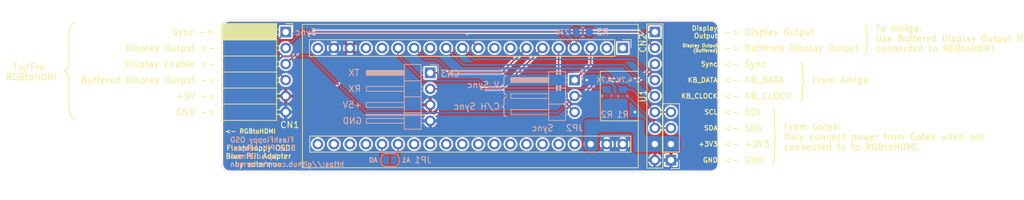
<source format=kicad_pcb>
(kicad_pcb (version 20171130) (host pcbnew "(5.1.9)-1")
  (layers (0 F.Cu signal) (31 B.Cu signal) (34 B.Paste user) (35 F.Paste user) (36 B.SilkS user) (37 F.SilkS user) (38 B.Mask user) (39 F.Mask user) (44 Edge.Cuts user))
  (net 0 "")
  (net 1 "Net-(U1-Pad1)")
  (net 2 "Net-(U1-Pad2)")
  (net 3 "Net-(U1-Pad37)")
  (net 4 "Net-(U1-Pad36)")
  (net 5 "Net-(U1-Pad35)")
  (net 6 "Net-(U1-Pad34)")
  (net 7 "Net-(U1-Pad33)")
  (net 8 "Net-(U1-Pad8)")
  (net 9 "Net-(U1-Pad32)")
  (net 10 "Net-(U1-Pad9)")
  (net 11 "Net-(U1-Pad31)")
  (net 12 "Net-(U1-Pad30)")
  (net 13 "Net-(U1-Pad29)")
  (net 14 "Net-(U1-Pad28)")
  (net 15 "Net-(U1-Pad13)")
  (net 16 "Net-(U1-Pad27)")
  (net 17 "Net-(U1-Pad16)")
  (net 18 "Net-(U1-Pad24)")
  (net 19 "Net-(U1-Pad17)")
  (net 20 "Net-(U1-Pad23)")
  (net 21 "Net-(U1-Pad22)")
  (net 22 "Net-(U1-Pad21)")
  (net 23 "Net-(U1-Pad20)")
  (net 24 GND)
  (net 25 +5V)
  (net 26 +3V3)
  (net 27 SCL)
  (net 28 SDA)
  (net 29 V_SYNC)
  (net 30 C_H_SYNC)
  (net 31 DISPLAY_ENABLE)
  (net 32 KB_DATA)
  (net 33 KB_CLOCK)
  (net 34 A1)
  (net 35 A0)
  (net 36 DISPLAY_OUTPUT_BUFFERED)
  (net 37 DISPLAY_OUTPUT)
  (net 38 TX)
  (net 39 RX)
  (net 40 SYNC)
  (net 41 "Net-(CN2-Pad1)")
  (module Connector_PinHeader_2.54mm:PinHeader_1x04_P2.54mm_Vertical (layer F.Cu) (at 177.8 111.76 180)
    (fp_text reference CN4 hide)
    (fp_text value Conn_01x04 hide)
    (fp_line (start -1.33 -1.33) (end 0 -1.33) (layer F.SilkS) (width 0.12))
    (fp_line (start -1.33 0) (end -1.33 -1.33) (layer F.SilkS) (width 0.12))
    (fp_line (start -1.33 1.27) (end 1.33 1.27) (layer F.SilkS) (width 0.12))
    (fp_line (start 1.33 1.27) (end 1.33 8.95) (layer F.SilkS) (width 0.12))
    (fp_line (start -1.33 1.27) (end -1.33 8.95) (layer F.SilkS) (width 0.12))
    (fp_line (start -1.33 8.95) (end 1.33 8.95) (layer F.SilkS) (width 0.12))
    (pad 4 thru_hole oval (at 0 7.62 180) (size 1.7 1.7) (drill 1) (layers *.Cu *.Mask) (net 27 SCL))
    (pad 3 thru_hole oval (at 0 5.08 180) (size 1.7 1.7) (drill 1) (layers *.Cu *.Mask) (net 28 SDA))
    (pad 2 thru_hole oval (at 0 2.54 180) (size 1.7 1.7) (drill 1) (layers *.Cu *.Mask) (net 26 +3V3))
    (pad 1 thru_hole rect (at 0 0 180) (size 1.7 1.7) (drill 1) (layers *.Cu *.Mask) (net 24 GND))
  )
  (module Connector_PinHeader_2.54mm:PinHeader_1x09_P2.54mm_Horizontal (layer F.Cu) (at 175.26 91.44)
    (fp_text reference CN2 (at -1.905 1.778 90) (layer F.SilkS))
    (fp_text value Conn_01x09)
    (fp_line (start -1.27 21.59) (end 1.27 21.59) (layer F.SilkS) (width 0.12))
    (fp_line (start 1.27 21.59) (end 1.27 -1.27) (layer F.SilkS) (width 0.12))
    (fp_line (start -1.27 21.59) (end -1.27 -1.27) (layer F.SilkS) (width 0.12))
    (fp_line (start -1.27 -1.27) (end 1.27 -1.27) (layer F.SilkS) (width 0.12))
    (pad 9 thru_hole oval (at 0 20.32) (size 1.7 1.7) (drill 1) (layers *.Cu *.Mask) (net 24 GND))
    (pad 8 thru_hole oval (at 0 17.78) (size 1.7 1.7) (drill 1) (layers *.Cu *.Mask) (net 26 +3V3))
    (pad 7 thru_hole oval (at 0 15.24) (size 1.7 1.7) (drill 1) (layers *.Cu *.Mask) (net 28 SDA))
    (pad 6 thru_hole oval (at 0 12.7) (size 1.7 1.7) (drill 1) (layers *.Cu *.Mask) (net 27 SCL))
    (pad 5 thru_hole oval (at 0 10.16) (size 1.7 1.7) (drill 1) (layers *.Cu *.Mask) (net 33 KB_CLOCK))
    (pad 4 thru_hole oval (at 0 7.62) (size 1.7 1.7) (drill 1) (layers *.Cu *.Mask) (net 32 KB_DATA))
    (pad 3 thru_hole oval (at 0 5.08) (size 1.7 1.7) (drill 1) (layers *.Cu *.Mask) (net 40 SYNC))
    (pad 2 thru_hole oval (at 0 2.54) (size 1.7 1.7) (drill 1) (layers *.Cu *.Mask) (net 36 DISPLAY_OUTPUT_BUFFERED))
    (pad 1 thru_hole rect (at 0 0) (size 1.7 1.7) (drill 1) (layers *.Cu *.Mask) (net 41 "Net-(CN2-Pad1)"))
  )
  (module Connector_PinHeader_2.54mm:PinHeader_1x04_P2.54mm_Horizontal (layer B.Cu) (at 139.7 97.917 180)
    (fp_text reference CN3 (at -3.175 -0.127) (layer B.SilkS) (effects (justify mirror)))
    (fp_text value Conn_01x04)
    (fp_line (start 1.44 1.33) (end 1.44 -8.95) (layer B.SilkS) (width 0.12))
    (fp_line (start 1.44 -8.95) (end 4.1 -8.95) (layer B.SilkS) (width 0.12))
    (fp_line (start 4.1 -8.95) (end 4.1 1.33) (layer B.SilkS) (width 0.12))
    (fp_line (start 4.1 1.33) (end 1.44 1.33) (layer B.SilkS) (width 0.12))
    (fp_line (start 4.1 0.38) (end 10.1 0.38) (layer B.SilkS) (width 0.12))
    (fp_line (start 10.1 0.38) (end 10.1 -0.38) (layer B.SilkS) (width 0.12))
    (fp_line (start 10.1 -0.38) (end 4.1 -0.38) (layer B.SilkS) (width 0.12))
    (fp_line (start 4.1 0.32) (end 10.1 0.32) (layer B.SilkS) (width 0.12))
    (fp_line (start 4.1 0.2) (end 10.1 0.2) (layer B.SilkS) (width 0.12))
    (fp_line (start 4.1 0.08) (end 10.1 0.08) (layer B.SilkS) (width 0.12))
    (fp_line (start 4.1 -0.04) (end 10.1 -0.04) (layer B.SilkS) (width 0.12))
    (fp_line (start 4.1 -0.16) (end 10.1 -0.16) (layer B.SilkS) (width 0.12))
    (fp_line (start 4.1 -0.28) (end 10.1 -0.28) (layer B.SilkS) (width 0.12))
    (fp_line (start 1.11 0.38) (end 1.44 0.38) (layer B.SilkS) (width 0.12))
    (fp_line (start 1.11 -0.38) (end 1.44 -0.38) (layer B.SilkS) (width 0.12))
    (fp_line (start 1.44 -1.27) (end 4.1 -1.27) (layer B.SilkS) (width 0.12))
    (fp_line (start 4.1 -2.16) (end 10.1 -2.16) (layer B.SilkS) (width 0.12))
    (fp_line (start 10.1 -2.16) (end 10.1 -2.92) (layer B.SilkS) (width 0.12))
    (fp_line (start 10.1 -2.92) (end 4.1 -2.92) (layer B.SilkS) (width 0.12))
    (fp_line (start 1.042929 -2.16) (end 1.44 -2.16) (layer B.SilkS) (width 0.12))
    (fp_line (start 1.042929 -2.92) (end 1.44 -2.92) (layer B.SilkS) (width 0.12))
    (fp_line (start 1.44 -3.81) (end 4.1 -3.81) (layer B.SilkS) (width 0.12))
    (fp_line (start 4.1 -4.7) (end 10.1 -4.7) (layer B.SilkS) (width 0.12))
    (fp_line (start 10.1 -4.7) (end 10.1 -5.46) (layer B.SilkS) (width 0.12))
    (fp_line (start 10.1 -5.46) (end 4.1 -5.46) (layer B.SilkS) (width 0.12))
    (fp_line (start 1.042929 -4.7) (end 1.44 -4.7) (layer B.SilkS) (width 0.12))
    (fp_line (start 1.042929 -5.46) (end 1.44 -5.46) (layer B.SilkS) (width 0.12))
    (fp_line (start 1.44 -6.35) (end 4.1 -6.35) (layer B.SilkS) (width 0.12))
    (fp_line (start 4.1 -7.24) (end 10.1 -7.24) (layer B.SilkS) (width 0.12))
    (fp_line (start 10.1 -7.24) (end 10.1 -8) (layer B.SilkS) (width 0.12))
    (fp_line (start 10.1 -8) (end 4.1 -8) (layer B.SilkS) (width 0.12))
    (fp_line (start 1.042929 -7.24) (end 1.44 -7.24) (layer B.SilkS) (width 0.12))
    (fp_line (start 1.042929 -8) (end 1.44 -8) (layer B.SilkS) (width 0.12))
    (fp_line (start -1.27 0) (end -1.27 1.27) (layer B.SilkS) (width 0.12))
    (fp_line (start -1.27 1.27) (end 0 1.27) (layer B.SilkS) (width 0.12))
    (pad 4 thru_hole oval (at 0 -7.62 180) (size 1.7 1.7) (drill 1) (layers *.Cu *.Mask) (net 24 GND))
    (pad 3 thru_hole oval (at 0 -5.08 180) (size 1.7 1.7) (drill 1) (layers *.Cu *.Mask) (net 25 +5V))
    (pad 2 thru_hole oval (at 0 -2.54 180) (size 1.7 1.7) (drill 1) (layers *.Cu *.Mask) (net 38 TX))
    (pad 1 thru_hole rect (at 0 0 180) (size 1.7 1.7) (drill 1) (layers *.Cu *.Mask) (net 39 RX))
  )
  (module Jumper:SolderJumper-2_P1.3mm_Open_RoundedPad1.0x1.5mm (layer B.Cu) (at 133.35 111.76)
    (fp_text reference JP1 (at 5.207 0) (layer B.SilkS) (effects (justify mirror)))
    (fp_text value Conn_01x02)
    (fp_line (start -1.4 -0.3) (end -1.4 0.3) (layer B.SilkS) (width 0.12))
    (fp_line (start 0.7 -1) (end -0.7 -1) (layer B.SilkS) (width 0.12))
    (fp_line (start 1.4 0.3) (end 1.4 -0.3) (layer B.SilkS) (width 0.12))
    (fp_line (start -0.7 1) (end 0.7 1) (layer B.SilkS) (width 0.12))
    (fp_arc (start -0.7 0.3) (end -0.7 1) (angle 90) (layer B.SilkS) (width 0.12))
    (fp_arc (start -0.7 -0.3) (end -1.4 -0.3) (angle 90) (layer B.SilkS) (width 0.12))
    (fp_arc (start 0.7 -0.3) (end 0.7 -1) (angle 90) (layer B.SilkS) (width 0.12))
    (fp_arc (start 0.7 0.3) (end 1.4 0.3) (angle 90) (layer B.SilkS) (width 0.12))
    (pad 2 smd custom (at 0.65 0) (size 1 0.5) (layers B.Cu B.Mask) (net 34 A1) (options (clearance outline) (anchor rect)) (primitives (gr_circle (center 0 -0.25) (end 0.5 -0.25) (width 0)) (gr_circle (center 0 0.25) (end 0.5 0.25) (width 0)) (gr_poly (pts (xy 0 0.75) (xy -0.5 0.75) (xy -0.5 -0.75) (xy 0 -0.75)) (width 0))))
    (pad 1 smd custom (at -0.65 0) (size 1 0.5) (layers B.Cu B.Mask) (net 35 A0) (options (clearance outline) (anchor rect)) (primitives (gr_circle (center 0 -0.25) (end 0.5 -0.25) (width 0)) (gr_circle (center 0 0.25) (end 0.5 0.25) (width 0)) (gr_poly (pts (xy 0 0.75) (xy 0.5 0.75) (xy 0.5 -0.75) (xy 0 -0.75)) (width 0))))
  )
  (module Connector_PinHeader_2.54mm:PinHeader_1x03_P2.54mm_Horizontal (layer B.Cu) (at 162.56 99.06 180)
    (fp_text reference JP2 (at 0 -7.62) (layer B.SilkS) (effects (justify mirror)))
    (fp_text value Conn_01x03)
    (fp_line (start 1.44 1.33) (end 1.44 -6.41) (layer B.SilkS) (width 0.12))
    (fp_line (start 1.44 -6.41) (end 4.1 -6.41) (layer B.SilkS) (width 0.12))
    (fp_line (start 4.1 -6.41) (end 4.1 1.33) (layer B.SilkS) (width 0.12))
    (fp_line (start 4.1 1.33) (end 1.44 1.33) (layer B.SilkS) (width 0.12))
    (fp_line (start 4.1 0.38) (end 10.1 0.38) (layer B.SilkS) (width 0.12))
    (fp_line (start 10.1 0.38) (end 10.1 -0.38) (layer B.SilkS) (width 0.12))
    (fp_line (start 10.1 -0.38) (end 4.1 -0.38) (layer B.SilkS) (width 0.12))
    (fp_line (start 4.1 0.32) (end 10.1 0.32) (layer B.SilkS) (width 0.12))
    (fp_line (start 4.1 0.2) (end 10.1 0.2) (layer B.SilkS) (width 0.12))
    (fp_line (start 4.1 0.08) (end 10.1 0.08) (layer B.SilkS) (width 0.12))
    (fp_line (start 4.1 -0.04) (end 10.1 -0.04) (layer B.SilkS) (width 0.12))
    (fp_line (start 4.1 -0.16) (end 10.1 -0.16) (layer B.SilkS) (width 0.12))
    (fp_line (start 4.1 -0.28) (end 10.1 -0.28) (layer B.SilkS) (width 0.12))
    (fp_line (start 1.11 0.38) (end 1.44 0.38) (layer B.SilkS) (width 0.12))
    (fp_line (start 1.11 -0.38) (end 1.44 -0.38) (layer B.SilkS) (width 0.12))
    (fp_line (start 1.44 -1.27) (end 4.1 -1.27) (layer B.SilkS) (width 0.12))
    (fp_line (start 4.1 -2.16) (end 10.1 -2.16) (layer B.SilkS) (width 0.12))
    (fp_line (start 10.1 -2.16) (end 10.1 -2.92) (layer B.SilkS) (width 0.12))
    (fp_line (start 10.1 -2.92) (end 4.1 -2.92) (layer B.SilkS) (width 0.12))
    (fp_line (start 1.042929 -2.16) (end 1.44 -2.16) (layer B.SilkS) (width 0.12))
    (fp_line (start 1.042929 -2.92) (end 1.44 -2.92) (layer B.SilkS) (width 0.12))
    (fp_line (start 1.44 -3.81) (end 4.1 -3.81) (layer B.SilkS) (width 0.12))
    (fp_line (start 4.1 -4.7) (end 10.1 -4.7) (layer B.SilkS) (width 0.12))
    (fp_line (start 10.1 -4.7) (end 10.1 -5.46) (layer B.SilkS) (width 0.12))
    (fp_line (start 10.1 -5.46) (end 4.1 -5.46) (layer B.SilkS) (width 0.12))
    (fp_line (start 1.042929 -4.7) (end 1.44 -4.7) (layer B.SilkS) (width 0.12))
    (fp_line (start 1.042929 -5.46) (end 1.44 -5.46) (layer B.SilkS) (width 0.12))
    (fp_line (start -1.27 0) (end -1.27 1.27) (layer B.SilkS) (width 0.12))
    (fp_line (start -1.27 1.27) (end 0 1.27) (layer B.SilkS) (width 0.12))
    (pad 3 thru_hole oval (at 0 -5.08 180) (size 1.7 1.7) (drill 1) (layers *.Cu *.Mask) (net 30 C_H_SYNC))
    (pad 2 thru_hole oval (at 0 -2.54 180) (size 1.7 1.7) (drill 1) (layers *.Cu *.Mask) (net 40 SYNC))
    (pad 1 thru_hole rect (at 0 0 180) (size 1.7 1.7) (drill 1) (layers *.Cu *.Mask) (net 29 V_SYNC))
  )
  (module Resistor_SMD:R_0805_2012Metric_Pad1.15x1.40mm_HandSolder (layer B.Cu) (at 163.83 91.44)
    (fp_text reference R3 (at 3.175 0) (layer B.SilkS) (effects (justify mirror)))
    (fp_text value 270 (at -3.175 0) (layer B.SilkS) (effects (font (size 0.75 0.75)) (justify mirror)))
    (fp_line (start -0.261252 0.71) (end 0.261252 0.71) (layer B.SilkS) (width 0.12))
    (fp_line (start -0.261252 -0.71) (end 0.261252 -0.71) (layer B.SilkS) (width 0.12))
    (pad 2 smd roundrect (at 1.025 0) (size 1.15 1.4) (layers B.Cu B.Paste B.Mask) (roundrect_rratio 0.2173904347826087) (net 41 "Net-(CN2-Pad1)"))
    (pad 1 smd roundrect (at -1.025 0) (size 1.15 1.4) (layers B.Cu B.Paste B.Mask) (roundrect_rratio 0.2173904347826087) (net 37 DISPLAY_OUTPUT))
  )
  (module Kicad-STM32-master:YAAJ_BluePill_2 (layer F.Cu) (at 170.18 93.98 270)
    (fp_text reference U1 (at 7.62 -3.175 270) (layer F.SilkS))
    (fp_text value YAAJ_BluePill_Part_Like hide)
    (fp_line (start -3.755 -2.445) (end 18.995 -2.445) (layer F.SilkS) (width 0.12))
    (fp_line (start 18.995 -2.445) (end 18.995 50.705) (layer F.SilkS) (width 0.12))
    (fp_line (start 18.995 50.705) (end -3.755 50.705) (layer F.SilkS) (width 0.12))
    (fp_line (start -3.755 50.705) (end -3.755 -2.445) (layer F.SilkS) (width 0.12))
    (fp_line (start -1.33 1.27) (end 1.33 1.27) (layer F.SilkS) (width 0.12))
    (fp_line (start 1.33 1.27) (end 1.33 49.59) (layer F.SilkS) (width 0.12))
    (fp_line (start 1.33 49.59) (end -1.33 49.59) (layer F.SilkS) (width 0.12))
    (fp_line (start -1.33 49.59) (end -1.33 1.27) (layer F.SilkS) (width 0.12))
    (fp_line (start 13.97 -1.27) (end 16.51 -1.27) (layer F.SilkS) (width 0.12))
    (fp_line (start 16.51 -1.27) (end 16.51 49.53) (layer F.SilkS) (width 0.12))
    (fp_line (start 16.51 49.53) (end 13.97 49.53) (layer F.SilkS) (width 0.12))
    (fp_line (start 13.97 49.53) (end 13.97 -1.27) (layer F.SilkS) (width 0.12))
    (fp_line (start -1.33 0) (end -1.33 -1.33) (layer F.SilkS) (width 0.12))
    (fp_line (start -1.33 -1.33) (end 0 -1.33) (layer F.SilkS) (width 0.12))
    (fp_line (start 3.683 -2.413) (end 3.683 3.556) (layer F.SilkS) (width 0.12))
    (fp_line (start 3.683 3.556) (end 11.557 3.556) (layer F.SilkS) (width 0.12))
    (fp_line (start 11.557 3.556) (end 11.557 -2.413) (layer F.SilkS) (width 0.12))
    (pad 40 thru_hole circle (at 15.24 0 270) (size 1.7 1.7) (drill 1) (layers *.Cu *.Mask) (net 24 GND))
    (pad 1 thru_hole rect (at 0 0 270) (size 1.7 1.7) (drill 1) (layers *.Cu *.Mask) (net 1 "Net-(U1-Pad1)"))
    (pad 39 thru_hole circle (at 15.24 2.54 270) (size 1.7 1.7) (drill 1) (layers *.Cu *.Mask) (net 24 GND))
    (pad 2 thru_hole circle (at 0 2.54 270) (size 1.7 1.7) (drill 1) (layers *.Cu *.Mask) (net 2 "Net-(U1-Pad2)"))
    (pad 38 thru_hole circle (at 15.24 5.08 270) (size 1.7 1.7) (drill 1) (layers *.Cu *.Mask) (net 26 +3V3))
    (pad 3 thru_hole circle (at 0 5.08 270) (size 1.7 1.7) (drill 1) (layers *.Cu *.Mask) (net 29 V_SYNC))
    (pad 37 thru_hole circle (at 15.24 7.62 270) (size 1.7 1.7) (drill 1) (layers *.Cu *.Mask) (net 3 "Net-(U1-Pad37)"))
    (pad 4 thru_hole circle (at 0 7.62 270) (size 1.7 1.7) (drill 1) (layers *.Cu *.Mask) (net 37 DISPLAY_OUTPUT))
    (pad 36 thru_hole circle (at 15.24 10.16 270) (size 1.7 1.7) (drill 1) (layers *.Cu *.Mask) (net 4 "Net-(U1-Pad36)"))
    (pad 5 thru_hole circle (at 0 10.16 270) (size 1.7 1.7) (drill 1) (layers *.Cu *.Mask) (net 30 C_H_SYNC))
    (pad 35 thru_hole circle (at 15.24 12.7 270) (size 1.7 1.7) (drill 1) (layers *.Cu *.Mask) (net 5 "Net-(U1-Pad35)"))
    (pad 6 thru_hole circle (at 0 12.7 270) (size 1.7 1.7) (drill 1) (layers *.Cu *.Mask) (net 38 TX))
    (pad 34 thru_hole circle (at 15.24 15.24 270) (size 1.7 1.7) (drill 1) (layers *.Cu *.Mask) (net 6 "Net-(U1-Pad34)"))
    (pad 7 thru_hole circle (at 0 15.24 270) (size 1.7 1.7) (drill 1) (layers *.Cu *.Mask) (net 39 RX))
    (pad 33 thru_hole circle (at 15.24 17.78 270) (size 1.7 1.7) (drill 1) (layers *.Cu *.Mask) (net 7 "Net-(U1-Pad33)"))
    (pad 8 thru_hole circle (at 0 17.78 270) (size 1.7 1.7) (drill 1) (layers *.Cu *.Mask) (net 8 "Net-(U1-Pad8)"))
    (pad 32 thru_hole circle (at 15.24 20.32 270) (size 1.7 1.7) (drill 1) (layers *.Cu *.Mask) (net 9 "Net-(U1-Pad32)"))
    (pad 9 thru_hole circle (at 0 20.32 270) (size 1.7 1.7) (drill 1) (layers *.Cu *.Mask) (net 10 "Net-(U1-Pad9)"))
    (pad 31 thru_hole circle (at 15.24 22.86 270) (size 1.7 1.7) (drill 1) (layers *.Cu *.Mask) (net 11 "Net-(U1-Pad31)"))
    (pad 10 thru_hole circle (at 0 22.86 270) (size 1.7 1.7) (drill 1) (layers *.Cu *.Mask) (net 31 DISPLAY_ENABLE))
    (pad 30 thru_hole circle (at 15.24 25.4 270) (size 1.7 1.7) (drill 1) (layers *.Cu *.Mask) (net 12 "Net-(U1-Pad30)"))
    (pad 11 thru_hole circle (at 0 25.4 270) (size 1.7 1.7) (drill 1) (layers *.Cu *.Mask) (net 32 KB_DATA))
    (pad 29 thru_hole circle (at 15.24 27.94 270) (size 1.7 1.7) (drill 1) (layers *.Cu *.Mask) (net 13 "Net-(U1-Pad29)"))
    (pad 12 thru_hole circle (at 0 27.94 270) (size 1.7 1.7) (drill 1) (layers *.Cu *.Mask) (net 33 KB_CLOCK))
    (pad 28 thru_hole circle (at 15.24 30.48 270) (size 1.7 1.7) (drill 1) (layers *.Cu *.Mask) (net 14 "Net-(U1-Pad28)"))
    (pad 13 thru_hole circle (at 0 30.48 270) (size 1.7 1.7) (drill 1) (layers *.Cu *.Mask) (net 15 "Net-(U1-Pad13)"))
    (pad 27 thru_hole circle (at 15.24 33.02 270) (size 1.7 1.7) (drill 1) (layers *.Cu *.Mask) (net 16 "Net-(U1-Pad27)"))
    (pad 14 thru_hole circle (at 0 33.02 270) (size 1.7 1.7) (drill 1) (layers *.Cu *.Mask) (net 27 SCL))
    (pad 26 thru_hole circle (at 15.24 35.56 270) (size 1.7 1.7) (drill 1) (layers *.Cu *.Mask) (net 34 A1))
    (pad 15 thru_hole circle (at 0 35.56 270) (size 1.7 1.7) (drill 1) (layers *.Cu *.Mask) (net 28 SDA))
    (pad 25 thru_hole circle (at 15.24 38.1 270) (size 1.7 1.7) (drill 1) (layers *.Cu *.Mask) (net 35 A0))
    (pad 16 thru_hole circle (at 0 38.1 270) (size 1.7 1.7) (drill 1) (layers *.Cu *.Mask) (net 17 "Net-(U1-Pad16)"))
    (pad 24 thru_hole circle (at 15.24 40.64 270) (size 1.7 1.7) (drill 1) (layers *.Cu *.Mask) (net 18 "Net-(U1-Pad24)"))
    (pad 17 thru_hole circle (at 0 40.64 270) (size 1.7 1.7) (drill 1) (layers *.Cu *.Mask) (net 19 "Net-(U1-Pad17)"))
    (pad 23 thru_hole circle (at 15.24 43.18 270) (size 1.7 1.7) (drill 1) (layers *.Cu *.Mask) (net 20 "Net-(U1-Pad23)"))
    (pad 18 thru_hole circle (at 0 43.18 270) (size 1.7 1.7) (drill 1) (layers *.Cu *.Mask) (net 25 +5V))
    (pad 22 thru_hole circle (at 15.24 45.72 270) (size 1.7 1.7) (drill 1) (layers *.Cu *.Mask) (net 21 "Net-(U1-Pad22)"))
    (pad 19 thru_hole circle (at 0 45.72 270) (size 1.7 1.7) (drill 1) (layers *.Cu *.Mask) (net 24 GND))
    (pad 21 thru_hole circle (at 15.24 48.26 270) (size 1.7 1.7) (drill 1) (layers *.Cu *.Mask) (net 22 "Net-(U1-Pad21)"))
    (pad 20 thru_hole circle (at 0 48.26 270) (size 1.7 1.7) (drill 1) (layers *.Cu *.Mask) (net 23 "Net-(U1-Pad20)"))
  )
  (module Resistor_SMD:R_0805_2012Metric_Pad1.15x1.40mm_HandSolder (layer B.Cu) (at 167.64 101.6 270)
    (fp_text reference R2 (at 2.921 0 180) (layer B.SilkS) (effects (justify mirror)))
    (fp_text value 4.7K (at -2.54 0.381 180) (layer B.SilkS) (effects (font (size 0.75 0.75)) (justify mirror)))
    (fp_line (start -0.261252 -0.71) (end 0.261252 -0.71) (layer B.SilkS) (width 0.12))
    (fp_line (start -0.261252 0.71) (end 0.261252 0.71) (layer B.SilkS) (width 0.12))
    (pad 2 smd roundrect (at 1.025 0 270) (size 1.15 1.4) (layers B.Cu B.Paste B.Mask) (roundrect_rratio 0.2173904347826087) (net 26 +3V3))
    (pad 1 smd roundrect (at -1.025 0 270) (size 1.15 1.4) (layers B.Cu B.Paste B.Mask) (roundrect_rratio 0.2173904347826087) (net 28 SDA))
  )
  (module Resistor_SMD:R_0805_2012Metric_Pad1.15x1.40mm_HandSolder (layer B.Cu) (at 170.18 101.6 270)
    (fp_text reference R1 (at 2.921 0 180) (layer B.SilkS) (effects (justify mirror)))
    (fp_text value 4.7K (at -2.54 -0.254 180) (layer B.SilkS) (effects (font (size 0.75 0.75)) (justify mirror)))
    (fp_line (start -0.261252 -0.71) (end 0.261252 -0.71) (layer B.SilkS) (width 0.12))
    (fp_line (start -0.261252 0.71) (end 0.261252 0.71) (layer B.SilkS) (width 0.12))
    (pad 2 smd roundrect (at 1.025 0 270) (size 1.15 1.4) (layers B.Cu B.Paste B.Mask) (roundrect_rratio 0.2173904347826087) (net 26 +3V3))
    (pad 1 smd roundrect (at -1.025 0 270) (size 1.15 1.4) (layers B.Cu B.Paste B.Mask) (roundrect_rratio 0.2173904347826087) (net 27 SCL))
  )
  (module Connector_PinSocket_2.54mm:PinSocket_1x06_P2.54mm_Horizontal (layer F.Cu) (at 116.84 91.44)
    (fp_text reference CN1 (at 0.635 14.732) (layer F.SilkS))
    (fp_text value Conn_01x06)
    (fp_line (start 0 -1.33) (end 1.11 -1.33) (layer F.SilkS) (width 0.12))
    (fp_line (start 1.11 -1.33) (end 1.11 0) (layer F.SilkS) (width 0.12))
    (fp_line (start -10.09 -1.33) (end -10.09 14.03) (layer F.SilkS) (width 0.12))
    (fp_line (start -10.09 14.03) (end -1.46 14.03) (layer F.SilkS) (width 0.12))
    (fp_line (start -1.46 -1.33) (end -1.46 14.03) (layer F.SilkS) (width 0.12))
    (fp_line (start -10.09 -1.33) (end -1.46 -1.33) (layer F.SilkS) (width 0.12))
    (fp_line (start -10.09 11.43) (end -1.46 11.43) (layer F.SilkS) (width 0.12))
    (fp_line (start -10.09 8.89) (end -1.46 8.89) (layer F.SilkS) (width 0.12))
    (fp_line (start -10.09 6.35) (end -1.46 6.35) (layer F.SilkS) (width 0.12))
    (fp_line (start -10.09 3.81) (end -1.46 3.81) (layer F.SilkS) (width 0.12))
    (fp_line (start -10.09 1.27) (end -1.46 1.27) (layer F.SilkS) (width 0.12))
    (fp_line (start -1.46 13.06) (end -1.05 13.06) (layer F.SilkS) (width 0.12))
    (fp_line (start -1.46 12.34) (end -1.05 12.34) (layer F.SilkS) (width 0.12))
    (fp_line (start -1.46 10.52) (end -1.05 10.52) (layer F.SilkS) (width 0.12))
    (fp_line (start -1.46 9.8) (end -1.05 9.8) (layer F.SilkS) (width 0.12))
    (fp_line (start -1.46 7.98) (end -1.05 7.98) (layer F.SilkS) (width 0.12))
    (fp_line (start -1.46 7.26) (end -1.05 7.26) (layer F.SilkS) (width 0.12))
    (fp_line (start -1.46 5.44) (end -1.05 5.44) (layer F.SilkS) (width 0.12))
    (fp_line (start -1.46 4.72) (end -1.05 4.72) (layer F.SilkS) (width 0.12))
    (fp_line (start -1.46 2.9) (end -1.05 2.9) (layer F.SilkS) (width 0.12))
    (fp_line (start -1.46 2.18) (end -1.05 2.18) (layer F.SilkS) (width 0.12))
    (fp_line (start -1.46 0.36) (end -1.11 0.36) (layer F.SilkS) (width 0.12))
    (fp_line (start -1.46 -0.36) (end -1.11 -0.36) (layer F.SilkS) (width 0.12))
    (fp_line (start -10.09 1.1519) (end -1.46 1.1519) (layer F.SilkS) (width 0.12))
    (fp_line (start -10.09 1.033805) (end -1.46 1.033805) (layer F.SilkS) (width 0.12))
    (fp_line (start -10.09 0.91571) (end -1.46 0.91571) (layer F.SilkS) (width 0.12))
    (fp_line (start -10.09 0.797615) (end -1.46 0.797615) (layer F.SilkS) (width 0.12))
    (fp_line (start -10.09 0.67952) (end -1.46 0.67952) (layer F.SilkS) (width 0.12))
    (fp_line (start -10.09 0.561425) (end -1.46 0.561425) (layer F.SilkS) (width 0.12))
    (fp_line (start -10.09 0.44333) (end -1.46 0.44333) (layer F.SilkS) (width 0.12))
    (fp_line (start -10.09 0.325235) (end -1.46 0.325235) (layer F.SilkS) (width 0.12))
    (fp_line (start -10.09 0.20714) (end -1.46 0.20714) (layer F.SilkS) (width 0.12))
    (fp_line (start -10.09 0.089045) (end -1.46 0.089045) (layer F.SilkS) (width 0.12))
    (fp_line (start -10.09 -0.02905) (end -1.46 -0.02905) (layer F.SilkS) (width 0.12))
    (fp_line (start -10.09 -0.147145) (end -1.46 -0.147145) (layer F.SilkS) (width 0.12))
    (fp_line (start -10.09 -0.26524) (end -1.46 -0.26524) (layer F.SilkS) (width 0.12))
    (fp_line (start -10.09 -0.383335) (end -1.46 -0.383335) (layer F.SilkS) (width 0.12))
    (fp_line (start -10.09 -0.50143) (end -1.46 -0.50143) (layer F.SilkS) (width 0.12))
    (fp_line (start -10.09 -0.619525) (end -1.46 -0.619525) (layer F.SilkS) (width 0.12))
    (fp_line (start -10.09 -0.73762) (end -1.46 -0.73762) (layer F.SilkS) (width 0.12))
    (fp_line (start -10.09 -0.855715) (end -1.46 -0.855715) (layer F.SilkS) (width 0.12))
    (fp_line (start -10.09 -0.97381) (end -1.46 -0.97381) (layer F.SilkS) (width 0.12))
    (fp_line (start -10.09 -1.091905) (end -1.46 -1.091905) (layer F.SilkS) (width 0.12))
    (fp_line (start -10.09 -1.21) (end -1.46 -1.21) (layer F.SilkS) (width 0.12))
    (pad 6 thru_hole oval (at 0 12.7) (size 1.7 1.7) (drill 1) (layers *.Cu *.Mask) (net 24 GND))
    (pad 5 thru_hole oval (at 0 10.16) (size 1.7 1.7) (drill 1) (layers *.Cu *.Mask) (net 25 +5V))
    (pad 4 thru_hole oval (at 0 7.62) (size 1.7 1.7) (drill 1) (layers *.Cu *.Mask) (net 36 DISPLAY_OUTPUT_BUFFERED))
    (pad 3 thru_hole oval (at 0 5.08) (size 1.7 1.7) (drill 1) (layers *.Cu *.Mask) (net 31 DISPLAY_ENABLE))
    (pad 2 thru_hole oval (at 0 2.54) (size 1.7 1.7) (drill 1) (layers *.Cu *.Mask) (net 37 DISPLAY_OUTPUT))
    (pad 1 thru_hole rect (at 0 0) (size 1.7 1.7) (drill 1) (layers *.Cu *.Mask) (net 40 SYNC))
  )
  (gr_text GND (at 184.023 111.76) (layer F.SilkS) (effects (font (size 0.75 0.75))))
  (gr_text +3V3 (at 183.665857 109.22) (layer F.SilkS) (effects (font (size 0.75 0.75))))
  (gr_text SDA (at 184.112285 106.68) (layer F.SilkS) (effects (font (size 0.75 0.75))))
  (gr_text SCL (at 184.130142 104.14) (layer F.SilkS) (effects (font (size 0.75 0.75))))
  (gr_text KB_CLOCK (at 182.308714 101.6) (layer F.SilkS) (effects (font (size 0.75 0.75))))
  (gr_text KB_DATA (at 182.826571 99.06) (layer F.SilkS) (effects (font (size 0.75 0.75))))
  (gr_text Sync (at 183.862285 96.52) (layer F.SilkS) (effects (font (size 0.75 0.75))))
  (gr_text "Display Output\n(Buffered)" (at 185.240857 93.98) (layer F.SilkS) (effects (font (size 0.5 0.5) (thickness 0.125)) (justify right)))
  (gr_text "Display\nOutput" (at 185.240857 91.44) (layer F.SilkS) (effects (font (size 0.75 0.75)) (justify right)))
  (gr_text "From Amiga" (at 200.025 99.06) (layer F.SilkS) (effects (font (size 1 1)) (justify left)))
  (gr_text } (at 198.628 99.06) (layer F.SilkS) (effects (font (size 4 2))))
  (gr_text } (at 151.384 103.124) (layer B.SilkS) (effects (font (size 2 2)) (justify mirror)))
  (gr_text } (at 151.384 99.695) (layer B.SilkS) (effects (font (size 2 2)) (justify mirror)))
  (gr_text "FlashFloppy OSD\nBlue Pill Adapter\nby solarmon\nhttps://github.com/solarmon" (at 107.95 110.49) (layer B.SilkS) (effects (font (size 0.8 0.8)) (justify right mirror)))
  (gr_arc (start 184.15 112.395) (end 184.15 113.665) (angle -90) (layer Edge.Cuts) (width 0.05))
  (gr_arc (start 184.15 90.805) (end 185.42 90.805) (angle -90) (layer Edge.Cuts) (width 0.05))
  (gr_arc (start 107.95 90.805) (end 107.95 89.535) (angle -90) (layer Edge.Cuts) (width 0.05))
  (gr_arc (start 107.95 112.395) (end 106.68 112.395) (angle -90) (layer Edge.Cuts) (width 0.05))
  (gr_text "<- RGBtoHDMI" (at 111.252 107.188) (layer F.SilkS) (effects (font (size 0.7 0.7))))
  (gr_text "FlashFloppy OSD\nBlue Pill Adapter\nby solarmon" (at 112.522 111.125) (layer F.SilkS) (effects (font (size 0.8 0.8))))
  (gr_text GND (at 127.381 105.537) (layer B.SilkS) (effects (font (size 1 1)) (justify mirror)))
  (gr_text +5V (at 127.381 102.997) (layer B.SilkS) (effects (font (size 1 1)) (justify mirror)))
  (gr_text "To Amiga:\nUse Buffered Display Output if\nconnected to RGBtoHDMI " (at 210.058 92.456) (layer F.SilkS) (effects (font (size 1 1)) (justify left)))
  (gr_text } (at 208.788 92.456) (layer F.SilkS) (effects (font (size 3 2))))
  (gr_text } (at 82.55 98.425 180) (layer F.SilkS) (effects (font (size 10 5))))
  (gr_text "Buffered Display Output ->" (at 95.084524 99.06) (layer F.SilkS) (effects (font (size 1 1))))
  (gr_text "Display Enable <-" (at 98.560715 96.52) (layer F.SilkS) (effects (font (size 1 1))))
  (gr_text "Display Output <-" (at 98.608334 93.98) (layer F.SilkS) (effects (font (size 1 1))))
  (gr_text " GND ->" (at 102.227381 104.14) (layer F.SilkS) (effects (font (size 1 1))))
  (gr_text "+5V ->" (at 102.608334 101.6) (layer F.SilkS) (effects (font (size 1 1))))
  (gr_text "<- GND" (at 189.32619 111.76) (layer F.SilkS) (effects (font (size 1 1))))
  (gr_text "<- +3V3" (at 189.80238 109.22) (layer F.SilkS) (effects (font (size 1 1))))
  (gr_text "-> Buffered Display Output" (at 196.849999 93.98) (layer F.SilkS) (effects (font (size 1 1))))
  (gr_text "-> Display Output" (at 193.32619 91.44) (layer F.SilkS) (effects (font (size 1 1))))
  (gr_text "<- KB_DATA" (at 190.921428 99.06) (layer F.SilkS) (effects (font (size 1 1))))
  (gr_text "<- KB_CLOCK" (at 191.611904 101.6) (layer F.SilkS) (effects (font (size 1 1))))
  (gr_text "<- SCL" (at 189.183333 104.14) (layer F.SilkS) (effects (font (size 1 1))))
  (gr_text "<- SDA" (at 189.207142 106.68) (layer F.SilkS) (effects (font (size 1 1))))
  (gr_text } (at 194.183 107.442) (layer F.SilkS) (effects (font (size 6 2))))
  (gr_text "<- Sync" (at 189.540476 96.52) (layer F.SilkS) (effects (font (size 1 1))))
  (gr_text Sync (at 120.015 91.44) (layer B.SilkS) (effects (font (size 1 1)) (justify mirror)))
  (gr_text "V Sync" (at 148.082 99.822) (layer B.SilkS) (effects (font (size 1 1)) (justify mirror)))
  (gr_text "C/H Sync" (at 147.066 103.251) (layer B.SilkS) (effects (font (size 1 1)) (justify mirror)))
  (gr_text Sync (at 157.48 106.68) (layer B.SilkS) (effects (font (size 1 1)) (justify mirror)))
  (gr_text TX (at 127.635 97.917) (layer B.SilkS) (effects (font (size 1 1)) (justify mirror)))
  (gr_text RX (at 127.762 100.457) (layer B.SilkS) (effects (font (size 1 1)) (justify mirror)))
  (gr_text A1 (at 135.89 111.76) (layer B.SilkS) (effects (font (size 0.75 0.75)) (justify mirror)))
  (gr_text A0 (at 130.683 111.76) (layer B.SilkS) (effects (font (size 0.75 0.75)) (justify mirror)))
  (gr_text "Sync ->" (at 102.235 91.44) (layer F.SilkS) (effects (font (size 1 1))))
  (gr_text "From Gotek:\nOnly connect power from Gotek when not\nconnected to to RGBtoHDMI." (at 195.58 108.077) (layer F.SilkS) (effects (font (size 1 1)) (justify left)))
  (gr_text "To/Fro\n RGBtoHDMI" (at 76.2 97.79) (layer F.SilkS) (effects (font (size 1 1))))
  (gr_line (start 106.68 112.395) (end 106.68 90.805) (layer Edge.Cuts) (width 0.05))
  (gr_line (start 184.15 113.665) (end 107.95 113.665) (layer Edge.Cuts) (width 0.05))
  (gr_line (start 185.42 90.805) (end 185.42 112.395) (layer Edge.Cuts) (width 0.05))
  (gr_line (start 107.95 89.535) (end 184.15 89.535) (layer Edge.Cuts) (width 0.05))
  (via (at 172.085 104.14) (size 0.8) (drill 0.4) (layers F.Cu B.Cu) (net 24))
  (via (at 164.465 99.06) (size 0.8) (drill 0.4) (layers F.Cu B.Cu) (net 24))
  (segment (start 171.695 100.575) (end 175.26 104.14) (width 0.25) (layer B.Cu) (net 27))
  (segment (start 170.18 100.575) (end 171.695 100.575) (width 0.25) (layer B.Cu) (net 27))
  (segment (start 167.395 97.79) (end 170.18 100.575) (width 0.25) (layer B.Cu) (net 27))
  (segment (start 142.875 97.79) (end 167.395 97.79) (width 0.25) (layer B.Cu) (net 27))
  (segment (start 140.843 95.758) (end 142.875 97.79) (width 0.25) (layer B.Cu) (net 27))
  (segment (start 138.938 95.758) (end 140.843 95.758) (width 0.25) (layer B.Cu) (net 27))
  (segment (start 137.16 93.98) (end 138.938 95.758) (width 0.25) (layer B.Cu) (net 27))
  (segment (start 175.26 104.14) (end 177.8 104.14) (width 0.25) (layer B.Cu) (net 27))
  (segment (start 175.26 105.918) (end 175.26 106.68) (width 0.25) (layer B.Cu) (net 28))
  (segment (start 170.942 101.6) (end 175.26 105.918) (width 0.25) (layer B.Cu) (net 28))
  (segment (start 168.665 101.6) (end 170.942 101.6) (width 0.25) (layer B.Cu) (net 28))
  (segment (start 167.64 100.575) (end 168.665 101.6) (width 0.25) (layer B.Cu) (net 28))
  (segment (start 167.395 100.33) (end 167.64 100.575) (width 0.25) (layer B.Cu) (net 28))
  (segment (start 148.463 100.33) (end 167.395 100.33) (width 0.25) (layer B.Cu) (net 28))
  (segment (start 138.684998 99.187) (end 147.32 99.187) (width 0.25) (layer B.Cu) (net 28))
  (segment (start 147.32 99.187) (end 148.463 100.33) (width 0.25) (layer B.Cu) (net 28))
  (segment (start 134.62 95.122002) (end 138.684998 99.187) (width 0.25) (layer B.Cu) (net 28))
  (segment (start 134.62 93.98) (end 134.62 95.122002) (width 0.25) (layer B.Cu) (net 28))
  (segment (start 175.26 106.68) (end 177.8 106.68) (width 0.25) (layer B.Cu) (net 28))
  (segment (start 165.1 96.52) (end 162.56 99.06) (width 0.25) (layer F.Cu) (net 29))
  (segment (start 165.1 93.98) (end 165.1 96.52) (width 0.25) (layer F.Cu) (net 29))
  (segment (start 160.02 101.6) (end 162.56 104.14) (width 0.25) (layer F.Cu) (net 30))
  (segment (start 160.02 93.98) (end 160.02 101.6) (width 0.25) (layer F.Cu) (net 30))
  (segment (start 121.539 91.821) (end 116.84 96.52) (width 0.25) (layer F.Cu) (net 31))
  (segment (start 145.161 91.821) (end 121.539 91.821) (width 0.25) (layer F.Cu) (net 31))
  (segment (start 147.32 93.98) (end 145.161 91.821) (width 0.25) (layer F.Cu) (net 31))
  (segment (start 171.958 95.758) (end 146.558 95.758) (width 0.25) (layer B.Cu) (net 32))
  (segment (start 146.558 95.758) (end 144.78 93.98) (width 0.25) (layer B.Cu) (net 32))
  (segment (start 175.26 99.06) (end 171.958 95.758) (width 0.25) (layer B.Cu) (net 32))
  (segment (start 144.907 96.647) (end 142.24 93.98) (width 0.25) (layer B.Cu) (net 33))
  (segment (start 170.307 96.647) (end 144.907 96.647) (width 0.25) (layer B.Cu) (net 33))
  (segment (start 175.26 101.6) (end 170.307 96.647) (width 0.25) (layer B.Cu) (net 33))
  (segment (start 134.62 111.14) (end 134 111.76) (width 0.25) (layer B.Cu) (net 34))
  (segment (start 134.62 109.22) (end 134.62 111.14) (width 0.25) (layer B.Cu) (net 34))
  (segment (start 132.08 111.14) (end 132.7 111.76) (width 0.25) (layer B.Cu) (net 35))
  (segment (start 132.08 109.22) (end 132.08 111.14) (width 0.25) (layer B.Cu) (net 35))
  (segment (start 116.275999 95.344999) (end 115.664999 95.955999) (width 0.25) (layer F.Cu) (net 36))
  (segment (start 175.26 93.98) (end 172.650989 91.370989) (width 0.25) (layer F.Cu) (net 36))
  (segment (start 115.664999 97.884999) (end 116.84 99.06) (width 0.25) (layer F.Cu) (net 36))
  (segment (start 172.650989 91.370989) (end 121.3526 91.370989) (width 0.25) (layer F.Cu) (net 36))
  (segment (start 121.3526 91.370989) (end 117.378591 95.344999) (width 0.25) (layer F.Cu) (net 36))
  (segment (start 117.378591 95.344999) (end 116.275999 95.344999) (width 0.25) (layer F.Cu) (net 36))
  (segment (start 115.664999 95.955999) (end 115.664999 97.884999) (width 0.25) (layer F.Cu) (net 36))
  (segment (start 162.805 93.735) (end 162.56 93.98) (width 0.25) (layer B.Cu) (net 37))
  (segment (start 162.805 91.44) (end 162.805 93.735) (width 0.25) (layer B.Cu) (net 37))
  (segment (start 117.689999 93.130001) (end 116.84 93.98) (width 0.25) (layer B.Cu) (net 37))
  (segment (start 119.38 91.44) (end 117.689999 93.130001) (width 0.25) (layer B.Cu) (net 37))
  (segment (start 160.02 91.44) (end 119.38 91.44) (width 0.25) (layer B.Cu) (net 37))
  (segment (start 162.56 93.98) (end 160.02 91.44) (width 0.25) (layer B.Cu) (net 37))
  (segment (start 151.003 100.457) (end 157.48 93.98) (width 0.25) (layer F.Cu) (net 38))
  (segment (start 139.7 100.457) (end 151.003 100.457) (width 0.25) (layer F.Cu) (net 38))
  (segment (start 151.003 97.917) (end 154.94 93.98) (width 0.25) (layer F.Cu) (net 39))
  (segment (start 139.7 97.917) (end 151.003 97.917) (width 0.25) (layer F.Cu) (net 39))
  (segment (start 159.893 104.267) (end 162.56 101.6) (width 0.25) (layer B.Cu) (net 40))
  (segment (start 120.65 95.25) (end 129.667 104.267) (width 0.25) (layer B.Cu) (net 40))
  (segment (start 116.370998 95.25) (end 120.65 95.25) (width 0.25) (layer B.Cu) (net 40))
  (segment (start 115.664999 94.544001) (end 116.370998 95.25) (width 0.25) (layer B.Cu) (net 40))
  (segment (start 115.664999 92.615001) (end 115.664999 94.544001) (width 0.25) (layer B.Cu) (net 40))
  (segment (start 129.667 104.267) (end 159.893 104.267) (width 0.25) (layer B.Cu) (net 40))
  (segment (start 116.84 91.44) (end 115.664999 92.615001) (width 0.25) (layer B.Cu) (net 40))
  (segment (start 172.72 99.06) (end 175.26 96.52) (width 0.25) (layer F.Cu) (net 40))
  (segment (start 166.243 99.06) (end 172.72 99.06) (width 0.25) (layer F.Cu) (net 40))
  (segment (start 163.703 101.6) (end 166.243 99.06) (width 0.25) (layer F.Cu) (net 40))
  (segment (start 162.56 101.6) (end 163.703 101.6) (width 0.25) (layer F.Cu) (net 40))
  (segment (start 164.855 91.44) (end 175.26 91.44) (width 0.25) (layer B.Cu) (net 41))
  (zone (net 24) (net_name GND) (layer F.Cu) (connect_pads (clearance 0.254)) (min_thickness 0.254) (fill yes (arc_segments 32) (thermal_gap 0.254) (thermal_bridge_width 0.508) (smoothing fillet) (radius 0.5))
    (polygon (pts (xy 190.5 116.84) (xy 104.14 116.84) (xy 104.14 87.63) (xy 190.5 87.63)))
  )
  (zone (net 24) (net_name GND) (layer B.Cu) (connect_pads (clearance 0.254)) (min_thickness 0.254) (fill yes (arc_segments 32) (thermal_gap 0.254) (thermal_bridge_width 0.508) (smoothing fillet) (radius 0.5))
    (polygon (pts (xy 193.04 118.11) (xy 101.6 118.11) (xy 101.6 86.36) (xy 193.04 86.36)))
  )
  (zone (net 25) (net_name +5V) (layer F.Cu) (priority 1) (connect_pads (clearance 0.254)) (min_thickness 0.254) (fill yes (arc_segments 32) (thermal_gap 0.254) (thermal_bridge_width 0.508) (smoothing fillet) (radius 0.5))
    (polygon (pts (xy 128.524 101.473) (xy 140.843 101.473) (xy 140.843 104.521) (xy 125.476 104.521) (xy 125.476 103.124) (xy 115.443 103.124) (xy 115.443 100.076) (xy 125.476 100.076) (xy 125.476 92.456) (xy 128.524 92.456)))
  )
  (zone (net 26) (net_name +3V3) (layer B.Cu) (priority 1) (connect_pads yes (clearance 0.254)) (min_thickness 0.254) (fill yes (arc_segments 32) (thermal_gap 0.254) (thermal_bridge_width 0.508) (smoothing fillet) (radius 0.5))
    (polygon (pts (xy 173.609 107.95) (xy 179.07 107.95) (xy 179.07 110.49) (xy 171.831 110.49) (xy 171.831 107.315) (xy 166.243 107.315) (xy 166.243 110.363) (xy 164.084 110.363) (xy 164.084 105.283) (xy 166.751 105.283) (xy 166.751 101.981) (xy 170.942 101.981) (xy 170.942 105.283) (xy 173.609 105.283)))
  )
)
</source>
